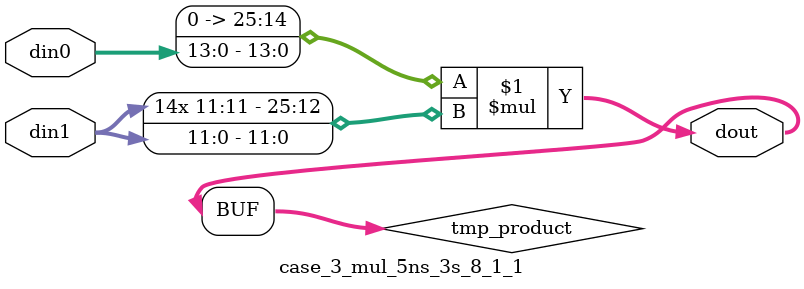
<source format=v>

`timescale 1 ns / 1 ps

 (* use_dsp = "no" *)  module case_3_mul_5ns_3s_8_1_1(din0, din1, dout);
parameter ID = 1;
parameter NUM_STAGE = 0;
parameter din0_WIDTH = 14;
parameter din1_WIDTH = 12;
parameter dout_WIDTH = 26;

input [din0_WIDTH - 1 : 0] din0; 
input [din1_WIDTH - 1 : 0] din1; 
output [dout_WIDTH - 1 : 0] dout;

wire signed [dout_WIDTH - 1 : 0] tmp_product;

























assign tmp_product = $signed({1'b0, din0}) * $signed(din1);










assign dout = tmp_product;





















endmodule

</source>
